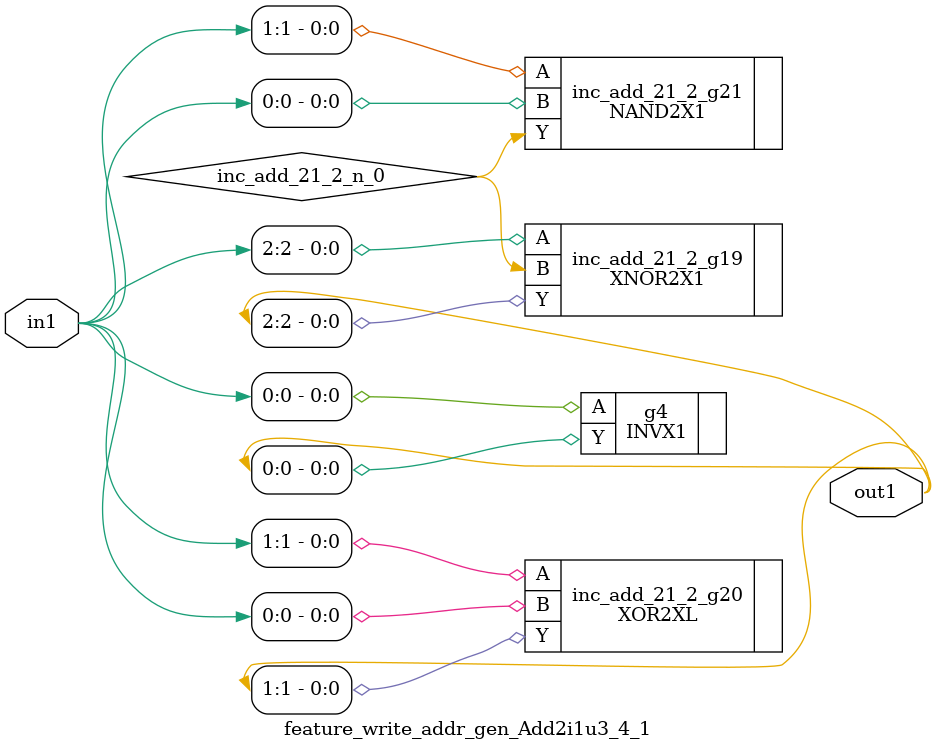
<source format=v>
`timescale 1ps / 1ps


module feature_write_addr_gen_Add2i1u3_4_1(in1, out1);
  input [2:0] in1;
  output [2:0] out1;
  wire [2:0] in1;
  wire [2:0] out1;
  wire inc_add_21_2_n_0;
  INVX1 g4(.A (in1[0]), .Y (out1[0]));
  XNOR2X1 inc_add_21_2_g19(.A (in1[2]), .B (inc_add_21_2_n_0), .Y
       (out1[2]));
  XOR2XL inc_add_21_2_g20(.A (in1[1]), .B (in1[0]), .Y (out1[1]));
  NAND2X1 inc_add_21_2_g21(.A (in1[1]), .B (in1[0]), .Y
       (inc_add_21_2_n_0));
endmodule



</source>
